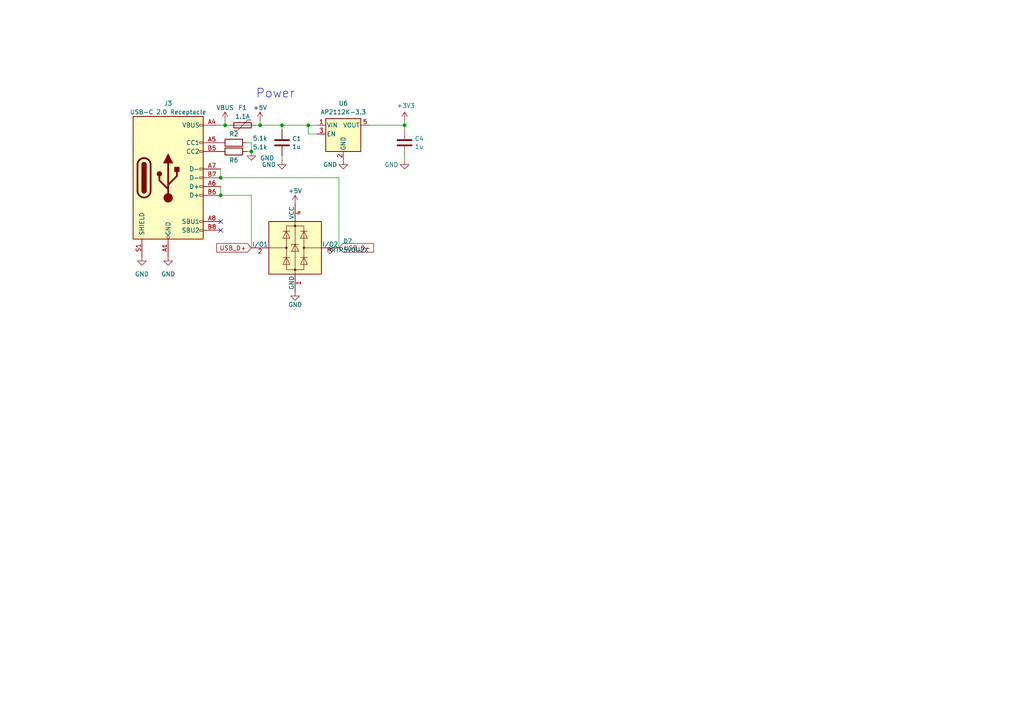
<source format=kicad_sch>
(kicad_sch (version 20230121) (generator eeschema)
  (paper "A4")
  (lib_symbols
    (symbol "Connector:USB_C_Receptacle_USB2.0" (pin_names (offset 1.016))
      (property "Reference" "J" (at -10.16 19.05 0))
      (property "Value" "USB_C_Receptacle_USB2.0" (at 19.05 19.05 0))
      (symbol "USB_C_Receptacle_USB2.0_0_0"
        (rectangle (start -0.254 -17.78) (end 0.254 -16.764))
        (rectangle (start 10.16 -14.986) (end 9.144 -15.494))
        (rectangle (start 10.16 -12.446) (end 9.144 -12.954))
        (rectangle (start 10.16 -4.826) (end 9.144 -5.334))
        (rectangle (start 10.16 -2.286) (end 9.144 -2.794))
        (rectangle (start 10.16 0.254) (end 9.144 -0.254))
        (rectangle (start 10.16 2.794) (end 9.144 2.286))
        (rectangle (start 10.16 7.874) (end 9.144 7.366))
        (rectangle (start 10.16 10.414) (end 9.144 9.906))
        (rectangle (start 10.16 15.494) (end 9.144 14.986))
      )
      (symbol "USB_C_Receptacle_USB2.0_0_1"
        (rectangle (start -10.16 17.78) (end 10.16 -17.78) (stroke (width 0.254)) (fill (type background)))
        (arc (start -8.89 -3.81) (mid -6.985 -5.7067) (end -5.08 -3.81) (stroke (width 0.508)))
        (arc (start -7.62 -3.81) (mid -6.985 -4.4423) (end -6.35 -3.81) (stroke (width 0.254)))
        (arc (start -7.62 -3.81) (mid -6.985 -4.4423) (end -6.35 -3.81) (stroke (width 0.254)) (fill (type outline)))
        (rectangle (start -7.62 -3.81) (end -6.35 3.81) (stroke (width 0.254)) (fill (type outline)))
        (arc (start -6.35 3.81) (mid -6.985 4.4423) (end -7.62 3.81) (stroke (width 0.254)))
        (arc (start -6.35 3.81) (mid -6.985 4.4423) (end -7.62 3.81) (stroke (width 0.254)) (fill (type outline)))
        (arc (start -5.08 3.81) (mid -6.985 5.7067) (end -8.89 3.81) (stroke (width 0.508)))
        (circle (center -2.54 1.143) (radius 0.635) (stroke (width 0.254)) (fill (type outline)))
        (circle (center 0 -5.842) (radius 1.27) (fill (type outline)))
        (polyline (pts (xy -8.89 -3.81) (xy -8.89 3.81)) (stroke (width 0.508)))
        (polyline (pts (xy -5.08 3.81) (xy -5.08 -3.81)) (stroke (width 0.508)))
        (polyline (pts (xy 0 -5.842) (xy 0 4.318)) (stroke (width 0.508)))
        (polyline (pts (xy 0 -3.302) (xy -2.54 -0.762) (xy -2.54 0.508)) (stroke (width 0.508)))
        (polyline (pts (xy 0 -2.032) (xy 2.54 0.508) (xy 2.54 1.778)) (stroke (width 0.508)))
        (polyline (pts (xy -1.27 4.318) (xy 0 6.858) (xy 1.27 4.318) (xy -1.27 4.318)) (stroke (width 0.254)) (fill (type outline)))
        (rectangle (start 1.905 1.778) (end 3.175 3.048) (stroke (width 0.254)) (fill (type outline)))
      )
      (symbol "USB_C_Receptacle_USB2.0_1_1"
        (pin passive line (at 0 -22.86 90) (length 5.08) (name "GND") (number "A1"))
        (pin passive line (at 0 -22.86 90) (length 5.08) hide (name "GND") (number "A12"))
        (pin passive line (at 15.24 15.24 180) (length 5.08) (name "VBUS") (number "A4"))
        (pin bidirectional line (at 15.24 10.16 180) (length 5.08) (name "CC1") (number "A5"))
        (pin bidirectional line (at 15.24 -2.54 180) (length 5.08) (name "D+") (number "A6"))
        (pin bidirectional line (at 15.24 2.54 180) (length 5.08) (name "D-") (number "A7"))
        (pin bidirectional line (at 15.24 -12.7 180) (length 5.08) (name "SBU1") (number "A8"))
        (pin passive line (at 15.24 15.24 180) (length 5.08) hide (name "VBUS") (number "A9"))
        (pin passive line (at 0 -22.86 90) (length 5.08) hide (name "GND") (number "B1"))
        (pin passive line (at 0 -22.86 90) (length 5.08) hide (name "GND") (number "B12"))
        (pin passive line (at 15.24 15.24 180) (length 5.08) hide (name "VBUS") (number "B4"))
        (pin bidirectional line (at 15.24 7.62 180) (length 5.08) (name "CC2") (number "B5"))
        (pin bidirectional line (at 15.24 -5.08 180) (length 5.08) (name "D+") (number "B6"))
        (pin bidirectional line (at 15.24 0 180) (length 5.08) (name "D-") (number "B7"))
        (pin bidirectional line (at 15.24 -15.24 180) (length 5.08) (name "SBU2") (number "B8"))
        (pin passive line (at 15.24 15.24 180) (length 5.08) hide (name "VBUS") (number "B9"))
        (pin passive line (at -7.62 -22.86 90) (length 5.08) (name "SHIELD") (number "S1"))
      )
    )
    (symbol "Device:C" (pin_numbers hide) (pin_names (offset 0.254))
      (property "Reference" "C" (at 0.635 2.54 0))
      (property "Value" "C" (at 0.635 -2.54 0))
      (symbol "C_0_1"
        (polyline (pts (xy -2.032 -0.762) (xy 2.032 -0.762)) (stroke (width 0.508)))
        (polyline (pts (xy -2.032 0.762) (xy 2.032 0.762)) (stroke (width 0.508)))
      )
      (symbol "C_1_1"
        (pin passive line (at 0 3.81 270) (length 2.794) (name "~") (number "1"))
        (pin passive line (at 0 -3.81 90) (length 2.794) (name "~") (number "2"))
      )
    )
    (symbol "Device:Polyfuse" (pin_numbers hide) (pin_names (offset 0))
      (property "Reference" "F" (at -2.54 0 90))
      (property "Value" "Polyfuse" (at 2.54 0 90))
      (symbol "Polyfuse_0_1"
        (rectangle (start -0.762 2.54) (end 0.762 -2.54) (stroke (width 0.254)))
        (polyline (pts (xy 0 2.54) (xy 0 -2.54)))
        (polyline (pts (xy -1.524 2.54) (xy -1.524 1.524) (xy 1.524 -1.524) (xy 1.524 -2.54)))
      )
      (symbol "Polyfuse_1_1"
        (pin passive line (at 0 3.81 270) (length 1.27) (name "~") (number "1"))
        (pin passive line (at 0 -3.81 90) (length 1.27) (name "~") (number "2"))
      )
    )
    (symbol "Device:R" (pin_numbers hide) (pin_names (offset 0))
      (property "Reference" "R" (at 2.032 0 90))
      (property "Value" "R" (at 0 0 90))
      (symbol "R_0_1"
        (rectangle (start -1.016 -2.54) (end 1.016 2.54) (stroke (width 0.254)))
      )
      (symbol "R_1_1"
        (pin passive line (at 0 3.81 270) (length 1.27) (name "~") (number "1"))
        (pin passive line (at 0 -3.81 90) (length 1.27) (name "~") (number "2"))
      )
    )
    (symbol "Power_Protection:PRTR5V0U2X" (pin_names (offset 0))
      (property "Reference" "D" (at 2.794 8.636 0))
      (property "Value" "PRTR5V0U2X" (at 8.128 -9.398 0))
      (symbol "PRTR5V0U2X_0_1"
        (rectangle (start -7.62 -7.62) (end 7.62 7.62) (stroke (width 0.254)) (fill (type background)))
        (circle (center -2.54 0) (radius 0.254) (fill (type outline)))
        (rectangle (start -2.54 6.35) (end 2.54 -6.35))
        (circle (center 0 -6.35) (radius 0.254) (fill (type outline)))
        (polyline (pts (xy -2.54 0) (xy -7.62 0)))
        (polyline (pts (xy -1.524 -2.794) (xy -3.556 -2.794)))
        (polyline (pts (xy -1.524 4.826) (xy -3.556 4.826)))
        (polyline (pts (xy 0 -7.62) (xy 0 7.62)))
        (polyline (pts (xy 1.524 -2.794) (xy 3.556 -2.794)))
        (polyline (pts (xy 1.524 4.826) (xy 3.556 4.826)))
        (polyline (pts (xy 2.54 0) (xy 7.62 0)))
        (polyline (pts (xy 1.016 1.016) (xy -1.016 1.016) (xy -1.016 0.508)))
        (polyline (pts (xy -3.556 -4.826) (xy -1.524 -4.826) (xy -2.54 -2.794) (xy -3.556 -4.826)))
        (polyline (pts (xy -3.556 2.794) (xy -1.524 2.794) (xy -2.54 4.826) (xy -3.556 2.794)))
        (polyline (pts (xy -1.016 -1.016) (xy 1.016 -1.016) (xy 0 1.016) (xy -1.016 -1.016)))
        (polyline (pts (xy 3.556 -4.826) (xy 1.524 -4.826) (xy 2.54 -2.794) (xy 3.556 -4.826)))
        (polyline (pts (xy 3.556 2.794) (xy 1.524 2.794) (xy 2.54 4.826) (xy 3.556 2.794)))
        (circle (center 0 6.35) (radius 0.254) (fill (type outline)))
        (circle (center 2.54 0) (radius 0.254) (fill (type outline)))
      )
      (symbol "PRTR5V0U2X_1_1"
        (pin passive line (at 0 -12.7 90) (length 5.08) (name "GND") (number "1"))
        (pin passive line (at -12.7 0 0) (length 5.08) (name "I/O1") (number "2"))
        (pin passive line (at 12.7 0 180) (length 5.08) (name "I/O2") (number "3"))
        (pin passive line (at 0 12.7 270) (length 5.08) (name "VCC") (number "4"))
      )
    )
    (symbol "Regulator_Linear:AP2112K-3.3" (pin_names (offset 0.254))
      (property "Reference" "U" (at -5.08 5.715 0))
      (property "Value" "AP2112K-3.3" (at 0 5.715 0))
      (symbol "AP2112K-3.3_0_1"
        (rectangle (start -5.08 4.445) (end 5.08 -5.08) (stroke (width 0.254)) (fill (type background)))
      )
      (symbol "AP2112K-3.3_1_1"
        (pin power_in line (at -7.62 2.54 0) (length 2.54) (name "VIN") (number "1"))
        (pin power_in line (at 0 -7.62 90) (length 2.54) (name "GND") (number "2"))
        (pin input line (at -7.62 0 0) (length 2.54) (name "EN") (number "3"))
        (pin no_connect line (at 5.08 0 180) (length 2.54) hide (name "NC") (number "4"))
        (pin power_out line (at 7.62 2.54 180) (length 2.54) (name "VOUT") (number "5"))
      )
    )
    (symbol "power:+3V3" (power) (pin_names (offset 0))
      (property "Value" "+3V3" (at 0 3.556 0))
      (symbol "+3V3_0_1"
        (polyline (pts (xy -0.762 1.27) (xy 0 2.54)))
        (polyline (pts (xy 0 0) (xy 0 2.54)))
        (polyline (pts (xy 0 2.54) (xy 0.762 1.27)))
      )
      (symbol "+3V3_1_1"
        (pin power_in line (at 0 0 90) (length 0) hide (name "+3V3") (number "1"))
      )
    )
    (symbol "power:+5V" (power) (pin_names (offset 0))
      (property "Value" "+5V" (at 0 3.556 0))
      (symbol "+5V_0_1"
        (polyline (pts (xy -0.762 1.27) (xy 0 2.54)))
        (polyline (pts (xy 0 0) (xy 0 2.54)))
        (polyline (pts (xy 0 2.54) (xy 0.762 1.27)))
      )
      (symbol "+5V_1_1"
        (pin power_in line (at 0 0 90) (length 0) hide (name "+5V") (number "1"))
      )
    )
    (symbol "power:GND" (power) (pin_names (offset 0))
      (property "Value" "GND" (at 0 -3.81 0))
      (symbol "GND_0_1"
        (polyline (pts (xy 0 0) (xy 0 -1.27) (xy 1.27 -1.27) (xy 0 -2.54) (xy -1.27 -1.27) (xy 0 -1.27)))
      )
      (symbol "GND_1_1"
        (pin power_in line (at 0 0 270) (length 0) hide (name "GND") (number "1"))
      )
    )
    (symbol "power:VBUS" (power) (pin_names (offset 0))
      (property "Value" "VBUS" (at 0 3.81 0))
      (symbol "VBUS_0_1"
        (polyline (pts (xy -0.762 1.27) (xy 0 2.54)))
        (polyline (pts (xy 0 0) (xy 0 2.54)))
        (polyline (pts (xy 0 2.54) (xy 0.762 1.27)))
      )
      (symbol "VBUS_1_1"
        (pin power_in line (at 0 0 90) (length 0) hide (name "VBUS") (number "1"))
      )
    )
  )
  (junction (at 89.408 36.322))
  (junction (at 64.008 56.642))
  (junction (at 117.348 36.322))
  (junction (at 75.438 36.322))
  (junction (at 72.898 43.942))
  (junction (at 65.278 36.322))
  (junction (at 81.788 36.322))
  (junction (at 64.008 51.562))
  (no_connect (at 64.008 66.802))
  (no_connect (at 64.008 64.262))
  (wire (pts (xy 75.438 36.322) (xy 81.788 36.322)))
  (wire (pts (xy 74.168 36.322) (xy 75.438 36.322)))
  (wire (pts (xy 117.348 37.592) (xy 117.348 36.322)))
  (wire (pts (xy 64.008 51.562) (xy 98.298 51.562)))
  (wire (pts (xy 81.788 37.592) (xy 81.788 36.322)))
  (wire (pts (xy 117.348 45.212) (xy 117.348 46.482)))
  (wire (pts (xy 64.008 54.102) (xy 64.008 56.642)))
  (wire (pts (xy 72.898 56.642) (xy 72.898 71.882)))
  (wire (pts (xy 72.898 43.942) (xy 71.628 43.942)))
  (wire (pts (xy 72.898 41.402) (xy 71.628 41.402)))
  (wire (pts (xy 75.438 35.052) (xy 75.438 36.322)))
  (wire (pts (xy 81.788 45.212) (xy 81.788 46.482)))
  (wire (pts (xy 98.298 51.562) (xy 98.298 71.882)))
  (wire (pts (xy 107.188 36.322) (xy 117.348 36.322)))
  (wire (pts (xy 65.278 36.322) (xy 64.008 36.322)))
  (wire (pts (xy 72.898 41.402) (xy 72.898 43.942)))
  (wire (pts (xy 64.008 49.022) (xy 64.008 51.562)))
  (wire (pts (xy 89.408 36.322) (xy 81.788 36.322)))
  (wire (pts (xy 117.348 36.322) (xy 117.348 35.052)))
  (wire (pts (xy 89.408 36.322) (xy 89.408 38.862)))
  (wire (pts (xy 65.278 35.052) (xy 65.278 36.322)))
  (wire (pts (xy 91.948 36.322) (xy 89.408 36.322)))
  (wire (pts (xy 64.008 56.642) (xy 72.898 56.642)))
  (wire (pts (xy 89.408 38.862) (xy 91.948 38.862)))
  (wire (pts (xy 66.548 36.322) (xy 65.278 36.322)))
  (text "Power" (at 74.168 28.702 0) (effects (font (size 2.54 2.54)) (justify left bottom)))
  (global_label "USB_D+" (shape input) (at 72.898 71.882 180) (property "Intersheetrefs" "${INTERSHEET_REFS}" (effects hide)))
  (global_label "USB_D-" (shape input) (at 98.298 71.882 0) (property "Intersheetrefs" "${INTERSHEET_REFS}" (effects hide)))
  (symbol (lib_id "power:+5V") (at 85.598 59.182 0) (unit 1)
    (property "Reference" "#PWR048" (effects hide))
    (property "Value" "+5V" (at 85.598 55.372 0))
    (instances (project "MoonPad" (path "" (reference "#PWR048") (unit 1))) (project "rescuetruck" (path "" (reference "#PWR029") (unit 1))))
  )
  (symbol (lib_id "Regulator_Linear:AP2112K-3.3") (at 99.568 38.862 0) (unit 1)
    (property "Reference" "U6" (at 99.568 29.972 0))
    (property "Value" "AP2112K-3.3" (at 99.568 32.512 0))
    (property "Footprint" "Package_TO_SOT_SMD:SOT-23-5" (effects hide))
    (property "Datasheet" "https://www.diodes.com/assets/Datasheets/AP2112.pdf" (effects hide))
    (property "LCSC" "C51118" (effects hide))
    (instances (project "MoonPad" (path "" (reference "U6") (unit 1))) (project "rescuetruck" (path "" (reference "U1") (unit 1))))
  )
  (symbol (lib_id "power:GND") (at 99.568 46.482 0) (unit 1)
    (property "Reference" "#PWR05" (effects hide))
    (property "Value" "GND" (at 95.758 47.752 0))
    (instances (project "MoonPad" (path "" (reference "#PWR05") (unit 1))) (project "rescuetruck" (path "" (reference "#PWR027") (unit 1))))
  )
  (symbol (lib_id "power:GND") (at 72.898 43.942 0) (unit 1)
    (property "Reference" "#PWR0106" (effects hide))
    (property "Value" "GND" (at 75.438 45.847 0) (effects (justify left)))
    (instances (project "MoonPad" (path "" (reference "#PWR0106") (unit 1))) (project "rescuetruck" (path "" (reference "#PWR025") (unit 1))))
  )
  (symbol (lib_id "Power_Protection:PRTR5V0U2X") (at 85.598 71.882 0) (unit 1)
    (property "Reference" "D7" (at 100.838 69.9517 0))
    (property "Value" "PRTR5V0U2X" (at 100.838 72.4917 0))
    (property "Footprint" "Package_TO_SOT_SMD:SOT-143" (effects hide))
    (property "Datasheet" "https://assets.nexperia.com/documents/data-sheet/PRTR5V0U2X.pdf" (effects hide))
    (property "LCSC" "C2827688" (effects hide))
    (instances (project "MoonPad" (path "" (reference "D7") (unit 1))) (project "rescuetruck" (path "" (reference "D1") (unit 1))))
  )
  (symbol (lib_id "Device:Polyfuse") (at 70.358 36.322 90) (unit 1)
    (property "Reference" "F1" (at 70.358 31.242 90))
    (property "Value" "1.1A" (at 70.358 33.782 90))
    (property "Footprint" "Fuse:Fuse_1206_3216Metric" (effects hide))
    (property "Datasheet" "https://datasheet.lcsc.com/lcsc/2103221807_BNstar-SMD1206-110C-24V_C2760273.pdf" (effects hide))
    (property "LCSC Part" "https://www.lcsc.com/product-detail/Resettable-Fuses_BNstar-SMD1206-110C-24V_C2760273.html" (effects hide))
    (property "LCSC" "C2760273" (effects hide))
  )
  (symbol (lib_id "power:VBUS") (at 65.278 35.052 0) (unit 1)
    (property "Reference" "#PWR03" (effects hide))
    (property "Value" "VBUS" (at 65.278 31.242 0))
    (instances (project "MoonPad" (path "" (reference "#PWR03") (unit 1))) (project "rescuetruck" (path "" (reference "#PWR022") (unit 1))))
  )
  (symbol (lib_id "power:GND") (at 81.788 46.482 0) (unit 1)
    (property "Reference" "#PWR04" (effects hide))
    (property "Value" "GND" (at 77.978 47.752 0))
    (instances (project "MoonPad" (path "" (reference "#PWR04") (unit 1))) (project "rescuetruck" (path "" (reference "#PWR026") (unit 1))))
  )
  (symbol (lib_id "power:GND") (at 41.148 74.422 0) (unit 1)
    (property "Reference" "#PWR0101" (effects hide))
    (property "Value" "GND" (at 41.148 79.502 0))
    (instances (project "MoonPad" (path "" (reference "#PWR0101") (unit 1))) (project "rescuetruck" (path "" (reference "#PWR030") (unit 1))))
  )
  (symbol (lib_id "Device:C") (at 117.348 41.402 0) (unit 1)
    (property "Reference" "C4" (at 120.269 40.2336 0) (effects (justify left)))
    (property "Value" "1u" (at 120.269 42.545 0) (effects (justify left)))
    (property "Footprint" "Capacitor_SMD:C_0402_1005Metric" (effects hide))
    (property "Datasheet" "https://datasheet.lcsc.com/lcsc/1810191216_Samsung-Electro-Mechanics-CL21B105KBFNNNE_C28323.pdf" (effects hide))
    (property "LCSC Part" "C28323" (effects hide))
    (property "LCSC" "C28323" (effects hide))
    (instances (project "MoonPad" (path "" (reference "C4") (unit 1))) (project "rescuetruck" (path "" (reference "C2") (unit 1))))
  )
  (symbol (lib_id "power:GND") (at 117.348 46.482 0) (unit 1)
    (property "Reference" "#PWR010" (effects hide))
    (property "Value" "GND" (at 113.538 47.752 0))
    (instances (project "MoonPad" (path "" (reference "#PWR010") (unit 1))) (project "rescuetruck" (path "" (reference "#PWR028") (unit 1))))
  )
  (symbol (lib_id "Device:C") (at 81.788 41.402 0) (unit 1)
    (property "Reference" "C1" (at 84.709 40.2336 0) (effects (justify left)))
    (property "Value" "1u" (at 84.709 42.545 0) (effects (justify left)))
    (property "Footprint" "Capacitor_SMD:C_0402_1005Metric" (effects hide))
    (property "Datasheet" "https://datasheet.lcsc.com/lcsc/1810191216_Samsung-Electro-Mechanics-CL21B105KBFNNNE_C28323.pdf" (effects hide))
    (property "LCSC Part" "C28323" (effects hide))
    (property "LCSC" "C28323" (effects hide))
  )
  (symbol (lib_id "Device:R") (at 67.818 41.402 270) (unit 1)
    (property "Reference" "R2" (at 67.818 38.862 90))
    (property "Value" "5.1k" (at 75.438 40.132 90))
    (property "Footprint" "Resistor_SMD:R_0402_1005Metric" (effects hide))
    (property "Datasheet" "https://datasheet.lcsc.com/lcsc/2206010045_UNI-ROYAL-Uniroyal-Elec-0402WGF5101TCE_C25905.pdf" (effects hide))
    (property "LCSC Part" "C25905" (effects hide))
    (property "LCSC" "C25905" (effects hide))
    (instances (project "MoonPad" (path "" (reference "R2") (unit 1))) (project "rescuetruck" (path "" (reference "R1") (unit 1))))
  )
  (symbol (lib_id "power:GND") (at 48.768 74.422 0) (unit 1)
    (property "Reference" "#PWR036" (effects hide))
    (property "Value" "GND" (at 48.768 79.502 0))
    (instances (project "MoonPad" (path "" (reference "#PWR036") (unit 1))) (project "rescuetruck" (path "" (reference "#PWR031") (unit 1))))
  )
  (symbol (lib_id "Connector:USB_C_Receptacle_USB2.0") (at 48.768 51.562 0) (unit 1)
    (property "Reference" "J3" (at 48.768 29.972 0))
    (property "Value" "USB-C 2.0 Receptacle" (at 48.768 32.512 0))
    (property "Footprint" "Connector_USB:USB_C_Receptacle_HRO_TYPE-C-31-M-12" (effects hide))
    (property "Datasheet" "https://datasheet.lcsc.com/lcsc/2205251630_Korean-Hroparts-Elec-TYPE-C-31-M-12_C165948.pdf" (effects hide))
    (property "LCSC Part" "C165948" (effects hide))
    (property "LCSC" "C165948" (effects hide))
    (instances (project "MoonPad" (path "" (reference "J3") (unit 1))) (project "rescuetruck" (path "" (reference "J1") (unit 1))))
  )
  (symbol (lib_id "power:+5V") (at 75.438 35.052 0) (unit 1)
    (property "Reference" "#PWR049" (effects hide))
    (property "Value" "+5V" (at 75.438 31.242 0))
    (instances (project "MoonPad" (path "" (reference "#PWR049") (unit 1))) (project "rescuetruck" (path "" (reference "#PWR023") (unit 1))))
  )
  (symbol (lib_id "Device:R") (at 67.818 43.942 270) (unit 1)
    (property "Reference" "R6" (at 67.818 46.482 90))
    (property "Value" "5.1k" (at 75.438 42.672 90))
    (property "Footprint" "Resistor_SMD:R_0402_1005Metric" (effects hide))
    (property "Datasheet" "https://datasheet.lcsc.com/lcsc/2206010045_UNI-ROYAL-Uniroyal-Elec-0402WGF5101TCE_C25905.pdf" (effects hide))
    (property "LCSC" "C25905" (effects hide))
    (instances (project "MoonPad" (path "" (reference "R6") (unit 1))) (project "rescuetruck" (path "" (reference "R2") (unit 1))))
  )
  (symbol (lib_id "power:+3V3") (at 117.348 35.052 0) (unit 1)
    (property "Reference" "#PWR09" (effects hide))
    (property "Value" "+3V3" (at 117.729 30.6578 0))
    (instances (project "MoonPad" (path "" (reference "#PWR09") (unit 1))) (project "rescuetruck" (path "" (reference "#PWR024") (unit 1))))
  )
  (symbol (lib_id "power:GND") (at 85.598 84.582 0) (unit 1)
    (property "Reference" "#PWR047" (effects hide))
    (property "Value" "GND" (at 85.598 88.392 0))
    (instances (project "MoonPad" (path "" (reference "#PWR047") (unit 1))) (project "rescuetruck" (path "" (reference "#PWR032") (unit 1))))
  )
)
</source>
